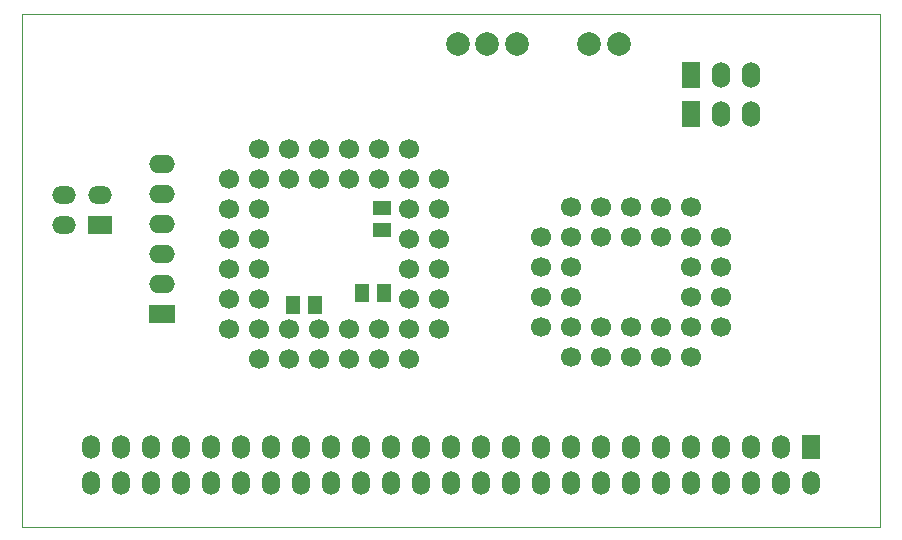
<source format=gbs>
G04 (created by PCBNEW (2013-07-20 BZR 4243)-testing) date 22/04/2014 10:38:31 PM*
%MOIN*%
G04 Gerber Fmt 3.4, Leading zero omitted, Abs format*
%FSLAX34Y34*%
G01*
G70*
G90*
G04 APERTURE LIST*
%ADD10C,0.005906*%
%ADD11C,0.003937*%
%ADD12R,0.059000X0.051200*%
%ADD13R,0.051200X0.059000*%
%ADD14R,0.060000X0.078700*%
%ADD15O,0.060000X0.078700*%
%ADD16C,0.066900*%
%ADD17C,0.078700*%
%ADD18R,0.060000X0.086600*%
%ADD19O,0.060000X0.086600*%
%ADD20R,0.078700X0.060000*%
%ADD21O,0.078700X0.060000*%
%ADD22R,0.086600X0.060000*%
%ADD23O,0.086600X0.060000*%
G04 APERTURE END LIST*
G54D10*
G54D11*
X0Y0D02*
X28600Y0D01*
X28600Y-17100D02*
X0Y-17100D01*
X0Y-17100D02*
X0Y0D01*
X28600Y0D02*
X28600Y-17100D01*
G54D12*
X12000Y-6475D03*
X12000Y-7225D03*
G54D13*
X9025Y-9700D03*
X9775Y-9700D03*
G54D14*
X26300Y-14452D03*
G54D15*
X26300Y-15648D03*
X25300Y-14453D03*
X25300Y-15648D03*
X24300Y-14453D03*
X24300Y-15648D03*
X23300Y-14453D03*
X23300Y-15648D03*
X22300Y-14453D03*
X22300Y-15648D03*
X21300Y-14453D03*
X21300Y-15648D03*
X20300Y-14453D03*
X20300Y-15648D03*
X19300Y-14453D03*
X19300Y-15648D03*
X18300Y-14453D03*
X18300Y-15648D03*
X17300Y-14453D03*
X17300Y-15648D03*
X16300Y-14453D03*
X16300Y-15648D03*
X15300Y-14453D03*
X15300Y-15648D03*
X14300Y-14453D03*
X14300Y-15648D03*
X13300Y-14453D03*
X13300Y-15648D03*
X12300Y-14453D03*
X12300Y-15648D03*
X11300Y-14453D03*
X11300Y-15648D03*
X10300Y-14453D03*
X10300Y-15648D03*
X9300Y-14453D03*
X9300Y-15648D03*
X8300Y-14453D03*
X8300Y-15648D03*
X7300Y-14453D03*
X7300Y-15648D03*
X6300Y-14453D03*
X6300Y-15648D03*
X5300Y-14453D03*
X5300Y-15648D03*
X4300Y-14453D03*
X4300Y-15648D03*
X3300Y-14453D03*
X3300Y-15648D03*
X2300Y-14453D03*
X2300Y-15648D03*
G54D16*
X23300Y-8450D03*
X22300Y-9450D03*
X22300Y-8450D03*
X23300Y-7450D03*
X22300Y-6450D03*
X22300Y-7450D03*
X21300Y-6450D03*
X21300Y-7450D03*
X20300Y-6450D03*
X20300Y-7450D03*
X19300Y-6450D03*
X19300Y-7450D03*
X18300Y-6450D03*
X17300Y-7450D03*
X18300Y-7450D03*
X17300Y-8450D03*
X18300Y-8450D03*
X17300Y-9450D03*
X18300Y-9450D03*
X17300Y-10450D03*
X18300Y-11450D03*
X18300Y-10450D03*
X19300Y-11450D03*
X19300Y-10450D03*
X20300Y-11450D03*
X20300Y-10450D03*
X21300Y-11450D03*
X23300Y-9450D03*
X21300Y-10450D03*
X22300Y-11450D03*
X23300Y-10450D03*
X22300Y-10450D03*
G54D17*
X16484Y-1000D03*
X15500Y-1000D03*
X14516Y-1000D03*
G54D18*
X22300Y-2050D03*
G54D19*
X23300Y-2050D03*
X24300Y-2050D03*
G54D18*
X22300Y-3350D03*
G54D19*
X23300Y-3350D03*
X24300Y-3350D03*
G54D16*
X9900Y-4500D03*
X10900Y-5500D03*
X9900Y-5500D03*
X8900Y-4500D03*
X8900Y-5500D03*
X7900Y-4500D03*
X6900Y-5500D03*
X7900Y-5500D03*
X6900Y-6500D03*
X7900Y-6500D03*
X6900Y-7500D03*
X7900Y-7500D03*
X6900Y-8500D03*
X7900Y-8500D03*
X6900Y-9500D03*
X7900Y-9500D03*
X6900Y-10500D03*
X7900Y-11500D03*
X7900Y-10500D03*
X8900Y-11500D03*
X8900Y-10500D03*
X9900Y-11500D03*
X9900Y-10500D03*
X10900Y-11500D03*
X10900Y-10500D03*
X11900Y-11500D03*
X11900Y-10500D03*
X12900Y-9500D03*
X12900Y-11500D03*
X13900Y-10500D03*
X12900Y-10500D03*
X13900Y-9500D03*
X13900Y-8500D03*
X12900Y-8500D03*
X13900Y-7500D03*
X12900Y-7500D03*
X13900Y-6500D03*
X12900Y-6500D03*
X13900Y-5500D03*
X12900Y-4500D03*
X12900Y-5500D03*
X11900Y-4500D03*
X11900Y-5500D03*
X10900Y-4500D03*
G54D20*
X2598Y-7050D03*
G54D21*
X1402Y-7050D03*
X2598Y-6050D03*
X1402Y-6050D03*
G54D17*
X18900Y-1000D03*
X19900Y-1000D03*
G54D22*
X4650Y-10000D03*
G54D23*
X4650Y-9000D03*
X4650Y-8000D03*
X4650Y-7000D03*
X4650Y-6000D03*
X4650Y-5000D03*
G54D13*
X12075Y-9300D03*
X11325Y-9300D03*
M02*

</source>
